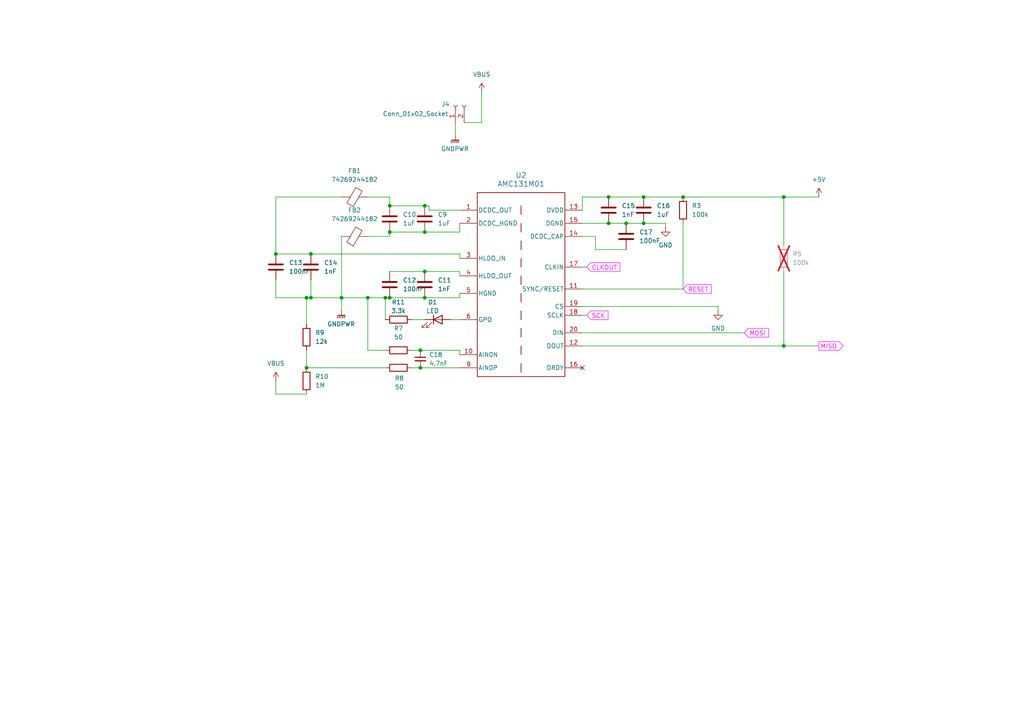
<source format=kicad_sch>
(kicad_sch (version 20250114) (generator "eeschema") (generator_version "9.0")
  (paper "A4")
  (lib_symbols
    (symbol "AMC131M01:ISOW1412DFMR" (pin_names (offset 0.254))
      (property "Reference" "U2" (at 17.78 10.16 0))
      (property "Value" "AMC131M01" (at 17.78 7.62 0))
      (symbol "ISOW1412DFMR_0_1"
        (polyline (pts (xy 5.08 5.08) (xy 5.08 -48.26)) (stroke (width 0.2032)))
        (polyline (pts (xy 5.08 -48.26) (xy 30.48 -48.26)) (stroke (width 0.2032)))
        (polyline (pts (xy 17.78 1.27) (xy 17.78 -1.27)) (stroke (width 0.2032)))
        (polyline (pts (xy 17.78 -3.81) (xy 17.78 -6.35)) (stroke (width 0.2032)))
        (polyline (pts (xy 17.78 -8.89) (xy 17.78 -11.43)) (stroke (width 0.2032)))
        (polyline (pts (xy 17.78 -13.97) (xy 17.78 -16.51)) (stroke (width 0.2032)))
        (polyline (pts (xy 17.78 -19.05) (xy 17.78 -21.59)) (stroke (width 0.2032)))
        (polyline (pts (xy 17.78 -24.13) (xy 17.78 -26.67)) (stroke (width 0.2032)))
        (polyline (pts (xy 17.78 -29.21) (xy 17.78 -31.75)) (stroke (width 0.2032)))
        (polyline (pts (xy 17.78 -36.83) (xy 17.78 -34.29)) (stroke (width 0.2032)))
        (polyline (pts (xy 17.78 -39.37) (xy 17.78 -41.91)) (stroke (width 0.2032)))
        (polyline (pts (xy 17.78 -44.45) (xy 17.78 -46.99)) (stroke (width 0.2032)))
        (polyline (pts (xy 30.48 5.08) (xy 5.08 5.08)) (stroke (width 0.2032)))
        (polyline (pts (xy 30.48 -48.26) (xy 30.48 5.08)) (stroke (width 0.2032)))
      )
      (symbol "ISOW1412DFMR_1_1"
        (pin power_in line (at 0 0 0) (length 5.08) (name "DCDC_OUT") (number "1"))
        (pin power_in line (at 0 -3.81 0) (length 5.08) (name "DCDC_HGND") (number "2"))
        (pin no_connect line (at 0 -7.62 0) (length 5.08) (hide yes) (name "NC") (number "8"))
        (pin power_in line (at 0 -13.97 0) (length 5.08) (name "HLDO_IN") (number "3"))
        (pin power_out line (at 0 -19.05 0) (length 5.08) (name "HLDO_OUT") (number "4"))
        (pin power_in line (at 0 -24.13 0) (length 5.08) (name "HGND") (number "5"))
        (pin output line (at 0 -31.75 0) (length 5.08) (name "GPO") (number "6"))
        (pin no_connect line (at 0 -35.56 0) (length 5.08) (hide yes) (name "NC") (number "7"))
        (pin input line (at 0 -41.91 0) (length 5.08) (name "AIN0N") (number "10"))
        (pin input line (at 0 -45.72 0) (length 5.08) (name "AIN0P") (number "9"))
        (pin output line (at 35.56 0 180) (length 5.08) (name "DVDD") (number "13"))
        (pin power_in line (at 35.56 -3.81 180) (length 5.08) (name "DGND") (number "15"))
        (pin power_in line (at 35.56 -7.62 180) (length 5.08) (name "DCDC_CAP") (number "14"))
        (pin output line (at 35.56 -16.51 180) (length 5.08) (name "CLKIN") (number "17"))
        (pin input line (at 35.56 -22.86 180) (length 5.08) (name "SYNC/RESET") (number "11"))
        (pin input line (at 35.56 -27.94 180) (length 5.08) (name "CS") (number "19"))
        (pin input line (at 35.56 -30.48 180) (length 5.08) (name "SCLK") (number "18"))
        (pin input line (at 35.56 -35.56 180) (length 5.08) (name "DIN") (number "20"))
        (pin output line (at 35.56 -39.37 180) (length 5.08) (name "DOUT") (number "12"))
        (pin output line (at 35.56 -45.72 180) (length 5.08) (name "DRDY") (number "16"))
      )
    )
    (symbol "Connector:Conn_01x02_Socket" (pin_names (offset 1.016) (hide yes))
      (property "Reference" "J" (at 0 2.54 0))
      (property "Value" "Conn_01x02_Socket" (at 0 -5.08 0))
      (symbol "Conn_01x02_Socket_1_1"
        (polyline (pts (xy -1.27 0) (xy -0.508 0)) (stroke (width 0.1524)))
        (polyline (pts (xy -1.27 -2.54) (xy -0.508 -2.54)) (stroke (width 0.1524)))
        (arc (start 0 -0.508) (mid -0.5058 0) (end 0 0.508) (stroke (width 0.1524)))
        (arc (start 0 -3.048) (mid -0.5058 -2.54) (end 0 -2.032) (stroke (width 0.1524)))
        (pin passive line (at -5.08 0 0) (length 3.81) (name "Pin_1") (number "1"))
        (pin passive line (at -5.08 -2.54 0) (length 3.81) (name "Pin_2") (number "2"))
      )
    )
    (symbol "Device:C" (pin_numbers (hide yes)) (pin_names (offset 0.254))
      (property "Reference" "C" (at 0.635 2.54 0))
      (property "Value" "C" (at 0.635 -2.54 0))
      (symbol "C_0_1"
        (polyline (pts (xy -2.032 0.762) (xy 2.032 0.762)) (stroke (width 0.508)))
        (polyline (pts (xy -2.032 -0.762) (xy 2.032 -0.762)) (stroke (width 0.508)))
      )
      (symbol "C_1_1"
        (pin passive line (at 0 3.81 270) (length 2.794) (name "~") (number "1"))
        (pin passive line (at 0 -3.81 90) (length 2.794) (name "~") (number "2"))
      )
    )
    (symbol "Device:C_Small" (pin_numbers (hide yes)) (pin_names (offset 0.254) (hide yes))
      (property "Reference" "C" (at 0.254 1.778 0))
      (property "Value" "C_Small" (at 0.254 -2.032 0))
      (symbol "C_Small_0_1"
        (polyline (pts (xy -1.524 0.508) (xy 1.524 0.508)) (stroke (width 0.3048)))
        (polyline (pts (xy -1.524 -0.508) (xy 1.524 -0.508)) (stroke (width 0.3302)))
      )
      (symbol "C_Small_1_1"
        (pin passive line (at 0 2.54 270) (length 2.032) (name "~") (number "1"))
        (pin passive line (at 0 -2.54 90) (length 2.032) (name "~") (number "2"))
      )
    )
    (symbol "Device:FerriteBead" (pin_numbers (hide yes)) (pin_names (offset 0))
      (property "Reference" "FB" (at -3.81 0.635 90))
      (property "Value" "FerriteBead" (at 3.81 0 90))
      (symbol "FerriteBead_0_1"
        (polyline (pts (xy -2.7686 0.4064) (xy -1.7018 2.2606) (xy 2.7686 -0.3048) (xy 1.6764 -2.159) (xy -2.7686 0.4064)))
        (polyline (pts (xy 0 1.27) (xy 0 1.2954)))
        (polyline (pts (xy 0 -1.27) (xy 0 -1.2192)))
      )
      (symbol "FerriteBead_1_1"
        (pin passive line (at 0 3.81 270) (length 2.54) (name "~") (number "1"))
        (pin passive line (at 0 -3.81 90) (length 2.54) (name "~") (number "2"))
      )
    )
    (symbol "Device:LED" (pin_numbers (hide yes)) (pin_names (offset 1.016) (hide yes))
      (property "Reference" "D" (at 0 2.54 0))
      (property "Value" "LED" (at 0 -2.54 0))
      (symbol "LED_0_1"
        (polyline (pts (xy -3.048 -0.762) (xy -4.572 -2.286) (xy -3.81 -2.286) (xy -4.572 -2.286) (xy -4.572 -1.524)))
        (polyline (pts (xy -1.778 -0.762) (xy -3.302 -2.286) (xy -2.54 -2.286) (xy -3.302 -2.286) (xy -3.302 -1.524)))
        (polyline (pts (xy -1.27 0) (xy 1.27 0)))
        (polyline (pts (xy -1.27 -1.27) (xy -1.27 1.27)) (stroke (width 0.254)))
        (polyline (pts (xy 1.27 -1.27) (xy 1.27 1.27) (xy -1.27 0) (xy 1.27 -1.27)) (stroke (width 0.254)))
      )
      (symbol "LED_1_1"
        (pin passive line (at -3.81 0 0) (length 2.54) (name "K") (number "1"))
        (pin passive line (at 3.81 0 180) (length 2.54) (name "A") (number "2"))
      )
    )
    (symbol "Device:R" (pin_numbers (hide yes)) (pin_names (offset 0))
      (property "Reference" "R" (at 2.032 0 90))
      (property "Value" "R" (at 0 0 90))
      (symbol "R_0_1"
        (rectangle (start -1.016 -2.54) (end 1.016 2.54) (stroke (width 0.254)))
      )
      (symbol "R_1_1"
        (pin passive line (at 0 3.81 270) (length 1.27) (name "~") (number "1"))
        (pin passive line (at 0 -3.81 90) (length 1.27) (name "~") (number "2"))
      )
    )
    (symbol "power:+5V" (power) (pin_numbers (hide yes)) (pin_names (offset 0) (hide yes))
      (property "Value" "+5V" (at 0 3.556 0))
      (symbol "+5V_0_1"
        (polyline (pts (xy -0.762 1.27) (xy 0 2.54)))
        (polyline (pts (xy 0 2.54) (xy 0.762 1.27)))
        (polyline (pts (xy 0 0) (xy 0 2.54)))
      )
      (symbol "+5V_1_1"
        (pin power_in line (at 0 0 90) (length 0) (name "~") (number "1"))
      )
    )
    (symbol "power:GND" (power) (pin_numbers (hide yes)) (pin_names (offset 0) (hide yes))
      (property "Value" "GND" (at 0 -3.81 0))
      (symbol "GND_0_1"
        (polyline (pts (xy 0 0) (xy 0 -1.27) (xy 1.27 -1.27) (xy 0 -2.54) (xy -1.27 -1.27) (xy 0 -1.27)))
      )
      (symbol "GND_1_1"
        (pin power_in line (at 0 0 270) (length 0) (name "~") (number "1"))
      )
    )
    (symbol "power:GNDPWR" (power) (pin_numbers (hide yes)) (pin_names (offset 0) (hide yes))
      (property "Value" "GNDPWR" (at 0 -3.302 0))
      (symbol "GNDPWR_0_1"
        (polyline (pts (xy -1.016 -1.27) (xy -1.27 -2.032) (xy -1.27 -2.032)) (stroke (width 0.2032)))
        (polyline (pts (xy -0.508 -1.27) (xy -0.762 -2.032) (xy -0.762 -2.032)) (stroke (width 0.2032)))
        (polyline (pts (xy 0 -1.27) (xy 0 0)))
        (polyline (pts (xy 0 -1.27) (xy -0.254 -2.032) (xy -0.254 -2.032)) (stroke (width 0.2032)))
        (polyline (pts (xy 0.508 -1.27) (xy 0.254 -2.032) (xy 0.254 -2.032)) (stroke (width 0.2032)))
        (polyline (pts (xy 1.016 -1.27) (xy -1.016 -1.27) (xy -1.016 -1.27)) (stroke (width 0.2032)))
        (polyline (pts (xy 1.016 -1.27) (xy 0.762 -2.032) (xy 0.762 -2.032) (xy 0.762 -2.032)) (stroke (width 0.2032)))
      )
      (symbol "GNDPWR_1_1"
        (pin power_in line (at 0 0 270) (length 0) (name "~") (number "1"))
      )
    )
    (symbol "power:VBUS" (power) (pin_numbers (hide yes)) (pin_names (offset 0) (hide yes))
      (property "Value" "VBUS" (at 0 3.556 0))
      (symbol "VBUS_0_1"
        (polyline (pts (xy -0.762 1.27) (xy 0 2.54)))
        (polyline (pts (xy 0 2.54) (xy 0.762 1.27)))
        (polyline (pts (xy 0 0) (xy 0 2.54)))
      )
      (symbol "VBUS_1_1"
        (pin power_in line (at 0 0 90) (length 0) (name "~") (number "1"))
      )
    )
  )
  (junction (at 90.17 73.66))
  (junction (at 88.9 86.36))
  (junction (at 121.92 106.68))
  (junction (at 90.17 86.36))
  (junction (at 123.19 86.36))
  (junction (at 113.03 86.36))
  (junction (at 186.69 57.15))
  (junction (at 123.19 67.31))
  (junction (at 80.01 73.66))
  (junction (at 111.76 86.36))
  (junction (at 123.19 59.69))
  (junction (at 186.69 64.77))
  (junction (at 121.92 101.6))
  (junction (at 99.06 86.36))
  (junction (at 123.19 78.74))
  (junction (at 88.9 106.68))
  (junction (at 176.53 64.77))
  (junction (at 106.68 86.36))
  (junction (at 113.03 59.69))
  (junction (at 227.33 100.33))
  (junction (at 176.53 57.15))
  (junction (at 181.61 64.77))
  (junction (at 227.33 57.15))
  (junction (at 113.03 67.31))
  (junction (at 198.12 57.15))
  (no_connect (at 168.91 106.68))
  (wire (pts (xy 133.35 67.31) (xy 123.19 67.31)))
  (wire (pts (xy 227.33 57.15) (xy 227.33 71.12)))
  (wire (pts (xy 168.91 96.52) (xy 215.9 96.52)))
  (wire (pts (xy 133.35 102.87) (xy 133.35 101.6)))
  (wire (pts (xy 119.38 101.6) (xy 121.92 101.6)))
  (wire (pts (xy 111.76 101.6) (xy 106.68 101.6)))
  (wire (pts (xy 106.68 68.58) (xy 113.03 68.58)))
  (wire (pts (xy 168.91 91.44) (xy 170.18 91.44)))
  (wire (pts (xy 124.46 59.69) (xy 123.19 59.69)))
  (wire (pts (xy 227.33 57.15) (xy 237.49 57.15)))
  (wire (pts (xy 133.35 64.77) (xy 133.35 67.31)))
  (wire (pts (xy 80.01 57.15) (xy 80.01 73.66)))
  (wire (pts (xy 133.35 60.96) (xy 124.46 60.96)))
  (wire (pts (xy 90.17 86.36) (xy 99.06 86.36)))
  (wire (pts (xy 168.91 68.58) (xy 172.72 68.58)))
  (wire (pts (xy 113.03 68.58) (xy 113.03 67.31)))
  (wire (pts (xy 113.03 78.74) (xy 123.19 78.74)))
  (wire (pts (xy 88.9 114.3) (xy 80.01 114.3)))
  (wire (pts (xy 99.06 57.15) (xy 80.01 57.15)))
  (wire (pts (xy 186.69 64.77) (xy 193.04 64.77)))
  (wire (pts (xy 88.9 86.36) (xy 88.9 93.98)))
  (wire (pts (xy 106.68 57.15) (xy 113.03 57.15)))
  (wire (pts (xy 111.76 86.36) (xy 111.76 92.71)))
  (wire (pts (xy 90.17 81.28) (xy 90.17 86.36)))
  (wire (pts (xy 113.03 67.31) (xy 123.19 67.31)))
  (wire (pts (xy 106.68 86.36) (xy 111.76 86.36)))
  (wire (pts (xy 198.12 83.82) (xy 198.12 64.77)))
  (wire (pts (xy 133.35 85.09) (xy 133.35 86.36)))
  (wire (pts (xy 168.91 64.77) (xy 176.53 64.77)))
  (wire (pts (xy 80.01 81.28) (xy 80.01 86.36)))
  (wire (pts (xy 176.53 64.77) (xy 181.61 64.77)))
  (wire (pts (xy 168.91 83.82) (xy 198.12 83.82)))
  (wire (pts (xy 121.92 106.68) (xy 133.35 106.68)))
  (wire (pts (xy 133.35 74.93) (xy 133.35 73.66)))
  (wire (pts (xy 193.04 64.77) (xy 193.04 66.04)))
  (wire (pts (xy 208.28 88.9) (xy 208.28 90.17)))
  (wire (pts (xy 88.9 101.6) (xy 88.9 106.68)))
  (wire (pts (xy 168.91 60.96) (xy 168.91 57.15)))
  (wire (pts (xy 172.72 68.58) (xy 172.72 72.39)))
  (wire (pts (xy 132.08 35.56) (xy 132.08 39.37)))
  (wire (pts (xy 113.03 59.69) (xy 123.19 59.69)))
  (wire (pts (xy 106.68 86.36) (xy 106.68 101.6)))
  (wire (pts (xy 99.06 86.36) (xy 99.06 90.17)))
  (wire (pts (xy 88.9 86.36) (xy 90.17 86.36)))
  (wire (pts (xy 133.35 101.6) (xy 121.92 101.6)))
  (wire (pts (xy 80.01 86.36) (xy 88.9 86.36)))
  (wire (pts (xy 172.72 72.39) (xy 181.61 72.39)))
  (wire (pts (xy 80.01 73.66) (xy 90.17 73.66)))
  (wire (pts (xy 139.7 35.56) (xy 139.7 26.67)))
  (wire (pts (xy 168.91 57.15) (xy 176.53 57.15)))
  (wire (pts (xy 134.62 35.56) (xy 139.7 35.56)))
  (wire (pts (xy 133.35 78.74) (xy 123.19 78.74)))
  (wire (pts (xy 111.76 86.36) (xy 113.03 86.36)))
  (wire (pts (xy 99.06 86.36) (xy 106.68 86.36)))
  (wire (pts (xy 124.46 60.96) (xy 124.46 59.69)))
  (wire (pts (xy 119.38 106.68) (xy 121.92 106.68)))
  (wire (pts (xy 123.19 86.36) (xy 133.35 86.36)))
  (wire (pts (xy 113.03 86.36) (xy 123.19 86.36)))
  (wire (pts (xy 186.69 57.15) (xy 198.12 57.15)))
  (wire (pts (xy 119.38 92.71) (xy 123.19 92.71)))
  (wire (pts (xy 113.03 57.15) (xy 113.03 59.69)))
  (wire (pts (xy 227.33 100.33) (xy 237.49 100.33)))
  (wire (pts (xy 80.01 114.3) (xy 80.01 110.49)))
  (wire (pts (xy 168.91 100.33) (xy 227.33 100.33)))
  (wire (pts (xy 130.81 92.71) (xy 133.35 92.71)))
  (wire (pts (xy 133.35 80.01) (xy 133.35 78.74)))
  (wire (pts (xy 99.06 68.58) (xy 99.06 86.36)))
  (wire (pts (xy 198.12 57.15) (xy 227.33 57.15)))
  (wire (pts (xy 181.61 64.77) (xy 186.69 64.77)))
  (wire (pts (xy 168.91 77.47) (xy 170.18 77.47)))
  (wire (pts (xy 88.9 106.68) (xy 111.76 106.68)))
  (wire (pts (xy 176.53 57.15) (xy 186.69 57.15)))
  (wire (pts (xy 90.17 73.66) (xy 133.35 73.66)))
  (wire (pts (xy 227.33 78.74) (xy 227.33 100.33)))
  (wire (pts (xy 168.91 88.9) (xy 208.28 88.9)))
  (global_label "CLKOUT" (shape input) (at 170.18 77.47 0) (property "Intersheetrefs" "${INTERSHEET_REFS}" (effects (hide yes))))
  (global_label "MOSI" (shape input) (at 215.9 96.52 0) (property "Intersheetrefs" "${INTERSHEET_REFS}" (effects (hide yes))))
  (global_label "MISO" (shape output) (at 237.49 100.33 0) (property "Intersheetrefs" "${INTERSHEET_REFS}" (effects (hide yes))))
  (global_label "RESET" (shape input) (at 198.12 83.82 0) (property "Intersheetrefs" "${INTERSHEET_REFS}" (effects (hide yes))))
  (global_label "SCK" (shape input) (at 170.18 91.44 0) (property "Intersheetrefs" "${INTERSHEET_REFS}" (effects (hide yes))))
  (symbol (lib_id "Device:R") (at 88.9 97.79 0) (unit 1)
    (property "Reference" "R9" (at 91.44 96.5199 0) (effects (justify left)))
    (property "Value" "12k" (at 91.44 99.0599 0) (effects (justify left)))
    (property "Footprint" "Resistor_SMD:R_0805_2012Metric_Pad1.20x1.40mm_HandSolder" (effects (hide yes)))
    (property "Description" "Resistor" (effects (hide yes)))
  )
  (symbol (lib_id "Device:C") (at 113.03 63.5 0) (unit 1)
    (property "Reference" "C10" (at 116.84 62.2299 0) (effects (justify left)))
    (property "Value" "1uF" (at 116.84 64.7699 0) (effects (justify left)))
    (property "Footprint" "Capacitor_SMD:C_0805_2012Metric_Pad1.18x1.45mm_HandSolder" (effects (hide yes)))
    (property "Description" "Unpolarized capacitor" (effects (hide yes)))
  )
  (symbol (lib_id "Device:C") (at 181.61 68.58 0) (unit 1)
    (property "Reference" "C17" (at 185.42 67.3099 0) (effects (justify left)))
    (property "Value" "100nF" (at 185.42 69.8499 0) (effects (justify left)))
    (property "Footprint" "Capacitor_SMD:C_0805_2012Metric_Pad1.18x1.45mm_HandSolder" (effects (hide yes)))
    (property "Description" "Unpolarized capacitor" (effects (hide yes)))
  )
  (symbol (lib_id "Device:C") (at 123.19 63.5 0) (unit 1)
    (property "Reference" "C9" (at 127 62.2299 0) (effects (justify left)))
    (property "Value" "1uF" (at 127 64.7699 0) (effects (justify left)))
    (property "Footprint" "Capacitor_SMD:C_0805_2012Metric_Pad1.18x1.45mm_HandSolder" (effects (hide yes)))
    (property "Description" "Unpolarized capacitor" (effects (hide yes)))
  )
  (symbol (lib_id "Device:LED") (at 127 92.71 0) (unit 1)
    (property "Reference" "D1" (at 125.476 87.63 0))
    (property "Value" "LED" (at 125.476 90.17 0))
    (property "Footprint" "LED_SMD:LED_0805_2012Metric_Pad1.15x1.40mm_HandSolder" (effects (hide yes)))
    (property "Description" "Light emitting diode" (effects (hide yes)))
    (property "Sim.Pins" "1=K 2=A" (effects (hide yes)))
  )
  (symbol (lib_id "Device:FerriteBead") (at 102.87 57.15 90) (unit 1)
    (property "Reference" "FB1" (at 102.8192 49.53 90))
    (property "Value" "74269244182" (at 102.8192 52.07 90))
    (property "Footprint" "Inductor_SMD:L_0402_1005Metric_Pad0.77x0.64mm_HandSolder" (effects (hide yes)))
    (property "Description" "Ferrite bead" (effects (hide yes)))
  )
  (symbol (lib_id "power:GNDPWR") (at 99.06 90.17 0) (unit 1)
    (property "Reference" "#PWR011" (effects (hide yes)))
    (property "Value" "GNDPWR" (at 98.933 93.98 0))
    (property "Description" "Power symbol creates a global label with name \"GNDPWR\" , global ground" (effects (hide yes)))
  )
  (symbol (lib_id "Device:C") (at 123.19 82.55 0) (unit 1)
    (property "Reference" "C11" (at 127 81.2799 0) (effects (justify left)))
    (property "Value" "1nF" (at 127 83.8199 0) (effects (justify left)))
    (property "Footprint" "Capacitor_SMD:C_0805_2012Metric_Pad1.18x1.45mm_HandSolder" (effects (hide yes)))
    (property "Description" "Unpolarized capacitor" (effects (hide yes)))
  )
  (symbol (lib_id "AMC131M01:ISOW1412DFMR") (at 133.35 60.96 0) (unit 1)
    (property "Reference" "U2" (at 151.13 50.8 0) (effects (font (size 1.524 1.524))))
    (property "Value" "AMC131M01" (at 151.13 53.34 0) (effects (font (size 1.524 1.524))))
    (property "Footprint" "Package_SO:SOIC-20W_7.5x12.8mm_P1.27mm" (effects (hide yes)))
    (property "Datasheet" "https://www.ti.com/lit/ds/symlink/amc131m01.pdf?ts=1763554907629" (effects (hide yes)))
  )
  (symbol (lib_id "power:GND") (at 208.28 90.17 0) (unit 1)
    (property "Reference" "#PWR047" (effects (hide yes)))
    (property "Value" "GND" (at 208.28 95.25 0))
    (property "Description" "Power symbol creates a global label with name \"GND\" , ground" (effects (hide yes)))
  )
  (symbol (lib_id "Device:FerriteBead") (at 102.87 68.58 90) (unit 1)
    (property "Reference" "FB2" (at 102.8192 60.96 90))
    (property "Value" "74269244182" (at 102.8192 63.5 90))
    (property "Footprint" "Inductor_SMD:L_0402_1005Metric_Pad0.77x0.64mm_HandSolder" (effects (hide yes)))
    (property "Description" "Ferrite bead" (effects (hide yes)))
  )
  (symbol (lib_id "Device:R") (at 227.33 74.93 0) (unit 1) (dnp yes)
    (property "Reference" "R5" (at 229.87 73.6599 0) (effects (justify left)))
    (property "Value" "100k" (at 229.87 76.1999 0) (effects (justify left)))
    (property "Footprint" "Resistor_SMD:R_0805_2012Metric_Pad1.20x1.40mm_HandSolder" (effects (hide yes)))
    (property "Description" "Resistor" (effects (hide yes)))
  )
  (symbol (lib_id "Device:R") (at 115.57 106.68 90) (unit 1)
    (property "Reference" "R8" (at 115.824 109.728 90))
    (property "Value" "50" (at 115.824 112.268 90))
    (property "Footprint" "Resistor_SMD:R_0805_2012Metric_Pad1.20x1.40mm_HandSolder" (effects (hide yes)))
    (property "Description" "Resistor" (effects (hide yes)))
  )
  (symbol (lib_id "Device:C") (at 176.53 60.96 0) (unit 1)
    (property "Reference" "C15" (at 180.34 59.6899 0) (effects (justify left)))
    (property "Value" "1nF" (at 180.34 62.2299 0) (effects (justify left)))
    (property "Footprint" "Capacitor_SMD:C_0805_2012Metric_Pad1.18x1.45mm_HandSolder" (effects (hide yes)))
    (property "Description" "Unpolarized capacitor" (effects (hide yes)))
  )
  (symbol (lib_id "Device:R") (at 198.12 60.96 0) (unit 1)
    (property "Reference" "R3" (at 200.66 59.6899 0) (effects (justify left)))
    (property "Value" "100k" (at 200.66 62.2299 0) (effects (justify left)))
    (property "Footprint" "Resistor_SMD:R_0805_2012Metric_Pad1.20x1.40mm_HandSolder" (effects (hide yes)))
    (property "Description" "Resistor" (effects (hide yes)))
  )
  (symbol (lib_id "Device:C_Small") (at 121.92 104.14 0) (unit 1)
    (property "Reference" "C18" (at 124.46 102.8762 0) (effects (justify left)))
    (property "Value" "4.7nF" (at 124.46 105.4162 0) (effects (justify left)))
    (property "Footprint" "Capacitor_SMD:C_0805_2012Metric_Pad1.18x1.45mm_HandSolder" (effects (hide yes)))
    (property "Description" "Unpolarized capacitor, small symbol" (effects (hide yes)))
  )
  (symbol (lib_id "Device:C") (at 113.03 82.55 0) (unit 1)
    (property "Reference" "C12" (at 116.84 81.2799 0) (effects (justify left)))
    (property "Value" "100nF" (at 116.84 83.8199 0) (effects (justify left)))
    (property "Footprint" "Capacitor_SMD:C_0805_2012Metric_Pad1.18x1.45mm_HandSolder" (effects (hide yes)))
    (property "Description" "Unpolarized capacitor" (effects (hide yes)))
  )
  (symbol (lib_id "Device:C") (at 90.17 77.47 0) (unit 1)
    (property "Reference" "C14" (at 93.98 76.1999 0) (effects (justify left)))
    (property "Value" "1nF" (at 93.98 78.7399 0) (effects (justify left)))
    (property "Footprint" "Capacitor_SMD:C_0805_2012Metric_Pad1.18x1.45mm_HandSolder" (effects (hide yes)))
    (property "Description" "Unpolarized capacitor" (effects (hide yes)))
  )
  (symbol (lib_id "Device:R") (at 115.57 101.6 90) (unit 1)
    (property "Reference" "R7" (at 115.57 95.25 90))
    (property "Value" "50" (at 115.57 97.79 90))
    (property "Footprint" "Resistor_SMD:R_0805_2012Metric_Pad1.20x1.40mm_HandSolder" (effects (hide yes)))
    (property "Description" "Resistor" (effects (hide yes)))
  )
  (symbol (lib_id "Device:R") (at 88.9 110.49 0) (unit 1)
    (property "Reference" "R10" (at 91.44 109.2199 0) (effects (justify left)))
    (property "Value" "1M" (at 91.44 111.7599 0) (effects (justify left)))
    (property "Footprint" "Resistor_SMD:R_0805_2012Metric_Pad1.20x1.40mm_HandSolder" (effects (hide yes)))
    (property "Description" "Resistor" (effects (hide yes)))
  )
  (symbol (lib_id "Connector:Conn_01x02_Socket") (at 132.08 30.48 90) (unit 1)
    (property "Reference" "J4" (at 128.016 30.226 90) (effects (justify right)))
    (property "Value" "Conn_01x02_Socket" (at 110.998 33.02 90) (effects (justify right)))
    (property "Footprint" "Connector_Molex:Molex_Micro-Latch_53254-0270_1x02_P2.00mm_Horizontal" (effects (hide yes)))
    (property "Description" "Generic connector, single row, 01x02, script generated" (effects (hide yes)))
  )
  (symbol (lib_id "power:+5V") (at 237.49 57.15 0) (unit 1)
    (property "Reference" "#PWR012" (effects (hide yes)))
    (property "Value" "+5V" (at 237.49 52.07 0))
    (property "Description" "Power symbol creates a global label with name \"+5V\"" (effects (hide yes)))
  )
  (symbol (lib_id "Device:C") (at 80.01 77.47 0) (unit 1)
    (property "Reference" "C13" (at 83.82 76.1999 0) (effects (justify left)))
    (property "Value" "100nF" (at 83.82 78.7399 0) (effects (justify left)))
    (property "Footprint" "Capacitor_SMD:C_0805_2012Metric_Pad1.18x1.45mm_HandSolder" (effects (hide yes)))
    (property "Description" "Unpolarized capacitor" (effects (hide yes)))
  )
  (symbol (lib_id "power:GND") (at 193.04 66.04 0) (unit 1)
    (property "Reference" "#PWR013" (effects (hide yes)))
    (property "Value" "GND" (at 193.04 71.12 0))
    (property "Description" "Power symbol creates a global label with name \"GND\" , ground" (effects (hide yes)))
  )
  (symbol (lib_id "power:VBUS") (at 139.7 26.67 0) (unit 1)
    (property "Reference" "#PWR049" (effects (hide yes)))
    (property "Value" "VBUS" (at 139.7 21.59 0))
    (property "Description" "Power symbol creates a global label with name \"VBUS\"" (effects (hide yes)))
  )
  (symbol (lib_id "power:GNDPWR") (at 132.08 39.37 0) (unit 1)
    (property "Reference" "#PWR048" (effects (hide yes)))
    (property "Value" "GNDPWR" (at 131.953 43.18 0))
    (property "Description" "Power symbol creates a global label with name \"GNDPWR\" , global ground" (effects (hide yes)))
  )
  (symbol (lib_id "power:VBUS") (at 80.01 110.49 0) (unit 1)
    (property "Reference" "#PWR014" (effects (hide yes)))
    (property "Value" "VBUS" (at 80.01 105.41 0))
    (property "Description" "Power symbol creates a global label with name \"VBUS\"" (effects (hide yes)))
  )
  (symbol (lib_id "Device:C") (at 186.69 60.96 0) (unit 1)
    (property "Reference" "C16" (at 190.5 59.6899 0) (effects (justify left)))
    (property "Value" "1uF" (at 190.5 62.2299 0) (effects (justify left)))
    (property "Footprint" "Capacitor_SMD:C_0805_2012Metric_Pad1.18x1.45mm_HandSolder" (effects (hide yes)))
    (property "Description" "Unpolarized capacitor" (effects (hide yes)))
  )
  (symbol (lib_id "Device:R") (at 115.57 92.71 90) (unit 1)
    (property "Reference" "R11" (at 115.57 87.63 90))
    (property "Value" "3.3k" (at 115.57 90.17 90))
    (property "Footprint" "Resistor_SMD:R_0805_2012Metric_Pad1.20x1.40mm_HandSolder" (effects (hide yes)))
    (property "Description" "Resistor" (effects (hide yes)))
  )
)
</source>
